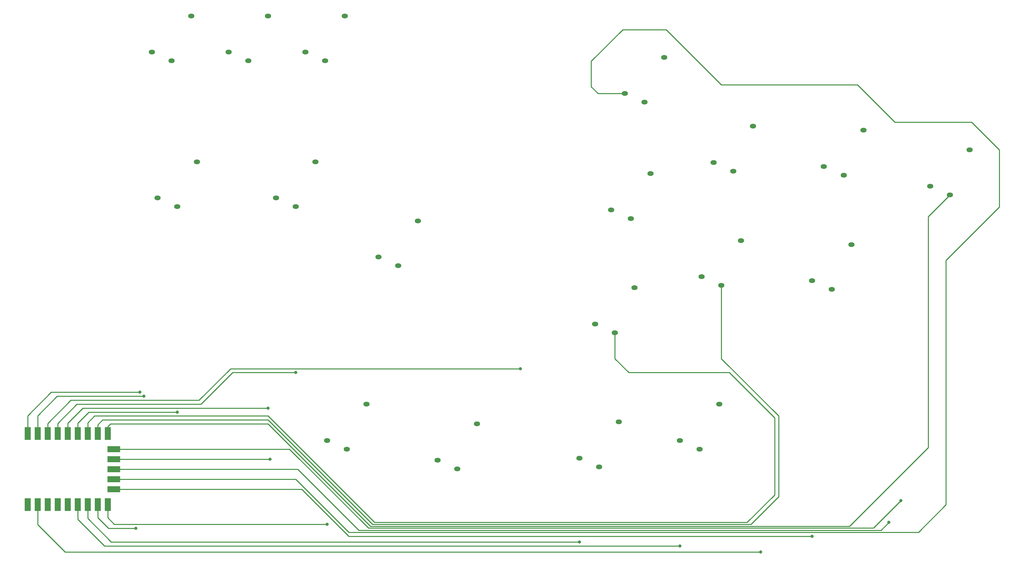
<source format=gbr>
%TF.GenerationSoftware,KiCad,Pcbnew,8.0.4*%
%TF.CreationDate,2024-09-01T11:28:24+09:00*%
%TF.ProjectId,nzx,6e7a782e-6b69-4636-9164-5f7063625858,rev?*%
%TF.SameCoordinates,Original*%
%TF.FileFunction,Copper,L1,Top*%
%TF.FilePolarity,Positive*%
%FSLAX46Y46*%
G04 Gerber Fmt 4.6, Leading zero omitted, Abs format (unit mm)*
G04 Created by KiCad (PCBNEW 8.0.4) date 2024-09-01 11:28:24*
%MOMM*%
%LPD*%
G01*
G04 APERTURE LIST*
%TA.AperFunction,ComponentPad*%
%ADD10O,1.600000X1.200000*%
%TD*%
%TA.AperFunction,SMDPad,CuDef*%
%ADD11R,1.600000X3.200000*%
%TD*%
%TA.AperFunction,SMDPad,CuDef*%
%ADD12R,3.200000X1.600000*%
%TD*%
%TA.AperFunction,ViaPad*%
%ADD13C,0.800000*%
%TD*%
%TA.AperFunction,Conductor*%
%ADD14C,0.250000*%
%TD*%
G04 APERTURE END LIST*
D10*
%TO.P,R2(RB)1,MP*%
%TO.N,N/C*%
X241500000Y-44000000D03*
%TO.P,R2(RB)1,2,2*%
%TO.N,Net-(RZ1-GP8)*%
X236500000Y-55400000D03*
%TO.P,R2(RB)1,1,1*%
%TO.N,Net-(RZ1-GND)*%
X231500000Y-53200000D03*
%TD*%
%TO.P,L2(LB)1,1,1*%
%TO.N,Net-(RZ1-GND)*%
X204510000Y-48200000D03*
%TO.P,L2(LB)1,2,2*%
%TO.N,Net-(RZ1-GP9)*%
X209510000Y-50400000D03*
%TO.P,L2(LB)1,MP*%
%TO.N,N/C*%
X214510000Y-39000000D03*
%TD*%
%TO.P,B4(Y)1,1,1*%
%TO.N,Net-(RZ1-GP11)*%
X176500000Y-47200000D03*
%TO.P,B4(Y)1,2,2*%
%TO.N,Net-(RZ1-GND)*%
X181500000Y-49400000D03*
%TO.P,B4(Y)1,MP*%
%TO.N,N/C*%
X186500000Y-38000000D03*
%TD*%
%TO.P,R1(R)1,1,1*%
%TO.N,Net-(RZ1-GP12)*%
X154000000Y-29700000D03*
%TO.P,R1(R)1,2,2*%
%TO.N,Net-(RZ1-GND)*%
X159000000Y-31900000D03*
%TO.P,R1(R)1,MP*%
%TO.N,N/C*%
X164000000Y-20500000D03*
%TD*%
%TO.P,B3(X)1,1,1*%
%TO.N,Net-(RZ1-GP10)*%
X150500000Y-59200000D03*
%TO.P,B3(X)1,2,2*%
%TO.N,Net-(RZ1-GND)*%
X155500000Y-61400000D03*
%TO.P,B3(X)1,MP*%
%TO.N,N/C*%
X160500000Y-50000000D03*
%TD*%
%TO.P,L1(L)1,1,1*%
%TO.N,Net-(RZ1-GP13)*%
X201500000Y-77200000D03*
%TO.P,L1(L)1,2,2*%
%TO.N,Net-(RZ1-GND)*%
X206500000Y-79400000D03*
%TO.P,L1(L)1,MP*%
%TO.N,N/C*%
X211500000Y-68000000D03*
%TD*%
%TO.P,B2(B)1,1,1*%
%TO.N,Net-(RZ1-GND)*%
X173500000Y-76200000D03*
%TO.P,B2(B)1,2,2*%
%TO.N,Net-(RZ1-GP7)*%
X178500000Y-78400000D03*
%TO.P,B2(B)1,MP*%
%TO.N,N/C*%
X183500000Y-67000000D03*
%TD*%
%TO.P,B1(A)1,MP*%
%TO.N,N/C*%
X156500000Y-79000000D03*
%TO.P,B1(A)1,2,2*%
%TO.N,Net-(RZ1-GP6)*%
X151500000Y-90400000D03*
%TO.P,B1(A)1,1,1*%
%TO.N,Net-(RZ1-GND)*%
X146500000Y-88200000D03*
%TD*%
%TO.P,R3(RS)1,MP*%
%TO.N,N/C*%
X178000000Y-108500000D03*
%TO.P,R3(RS)1,2,2*%
%TO.N,Net-(RZ1-GND)*%
X173000000Y-119900000D03*
%TO.P,R3(RS)1,1,1*%
%TO.N,Net-(RZ1-GP27)*%
X168000000Y-117700000D03*
%TD*%
%TO.P,LEFT1,1,1*%
%TO.N,Net-(RZ1-GND)*%
X35500000Y-56200000D03*
%TO.P,LEFT1,2,2*%
%TO.N,Net-(RZ1-GP5)*%
X40500000Y-58400000D03*
%TO.P,LEFT1,MP*%
%TO.N,N/C*%
X45500000Y-47000000D03*
%TD*%
%TO.P,DOWN1,MP*%
%TO.N,N/C*%
X75500000Y-47000000D03*
%TO.P,DOWN1,2,2*%
%TO.N,Net-(RZ1-GP3)*%
X70500000Y-58400000D03*
%TO.P,DOWN1,1,1*%
%TO.N,Net-(RZ1-GND)*%
X65500000Y-56200000D03*
%TD*%
%TO.P,A1(GUIDE)1,MP*%
%TO.N,N/C*%
X88500000Y-108500000D03*
%TO.P,A1(GUIDE)1,2,2*%
%TO.N,Net-(RZ1-GND)*%
X83500000Y-119900000D03*
%TO.P,A1(GUIDE)1,1,1*%
%TO.N,Net-(RZ1-GP14)*%
X78500000Y-117700000D03*
%TD*%
%TO.P,RIGHT1,1,1*%
%TO.N,Net-(RZ1-GND)*%
X91500000Y-71200000D03*
%TO.P,RIGHT1,2,2*%
%TO.N,Net-(RZ1-GP4)*%
X96500000Y-73400000D03*
%TO.P,RIGHT1,MP*%
%TO.N,N/C*%
X101500000Y-62000000D03*
%TD*%
%TO.P,UP1,1,1*%
%TO.N,Net-(RZ1-GND)*%
X106500000Y-122700000D03*
%TO.P,UP1,2,2*%
%TO.N,Net-(RZ1-GP2)*%
X111500000Y-124900000D03*
%TO.P,UP1,MP*%
%TO.N,N/C*%
X116500000Y-113500000D03*
%TD*%
D11*
%TO.P,RZ1,23,GND*%
%TO.N,Net-(RZ1-GND)*%
X5040000Y-134000000D03*
%TO.P,RZ1,22,5V*%
%TO.N,unconnected-(RZ1-5V-Pad22)*%
X2500000Y-134000000D03*
%TO.P,RZ1,21,3V3*%
%TO.N,unconnected-(RZ1-3V3-Pad21)*%
X7580000Y-134000000D03*
%TO.P,RZ1,20,GP29*%
%TO.N,unconnected-(RZ1-GP29-Pad20)*%
X10120000Y-134000000D03*
%TO.P,RZ1,19,GP28*%
%TO.N,unconnected-(RZ1-GP28-Pad19)*%
X12660000Y-134000000D03*
%TO.P,RZ1,18,GP27*%
%TO.N,Net-(RZ1-GP27)*%
X15200000Y-134000000D03*
%TO.P,RZ1,17,GP26*%
%TO.N,Net-(RZ1-GP26)*%
X17740000Y-134000000D03*
%TO.P,RZ1,16,GP15*%
%TO.N,Net-(RZ1-GP15)*%
X20280000Y-134000000D03*
%TO.P,RZ1,15,GP14*%
%TO.N,Net-(RZ1-GP14)*%
X22820000Y-134000000D03*
D12*
%TO.P,RZ1,14,GP13*%
%TO.N,Net-(RZ1-GP13)*%
X24410000Y-130080000D03*
%TO.P,RZ1,13,GP12*%
%TO.N,Net-(RZ1-GP12)*%
X24410000Y-127540000D03*
%TO.P,RZ1,12,GP11*%
%TO.N,Net-(RZ1-GP11)*%
X24410000Y-125000000D03*
%TO.P,RZ1,11,GP10*%
%TO.N,Net-(RZ1-GP10)*%
X24410000Y-122460000D03*
%TO.P,RZ1,10,GP9*%
%TO.N,Net-(RZ1-GP9)*%
X24410000Y-119920000D03*
D11*
%TO.P,RZ1,9,GP8*%
%TO.N,Net-(RZ1-GP8)*%
X22820000Y-116000000D03*
%TO.P,RZ1,8,GP7*%
%TO.N,Net-(RZ1-GP7)*%
X20280000Y-116000000D03*
%TO.P,RZ1,7,GP6*%
%TO.N,Net-(RZ1-GP6)*%
X17740000Y-116000000D03*
%TO.P,RZ1,6,GP5*%
%TO.N,Net-(RZ1-GP5)*%
X15200000Y-116000000D03*
%TO.P,RZ1,5,GP4*%
%TO.N,Net-(RZ1-GP4)*%
X12660000Y-116000000D03*
%TO.P,RZ1,4,GP3*%
%TO.N,Net-(RZ1-GP3)*%
X10120000Y-116000000D03*
%TO.P,RZ1,3,GP2*%
%TO.N,Net-(RZ1-GP2)*%
X7580000Y-116000000D03*
%TO.P,RZ1,2,GP1*%
%TO.N,Net-(RZ1-GP1)*%
X5040000Y-116000000D03*
%TO.P,RZ1,1,GP0*%
%TO.N,Net-(RZ1-GP0)*%
X2500000Y-116000000D03*
%TD*%
D10*
%TO.P,S2(START)1,1,1*%
%TO.N,Net-(RZ1-GND)*%
X73000000Y-19200000D03*
%TO.P,S2(START)1,2,2*%
%TO.N,Net-(RZ1-GP1)*%
X78000000Y-21400000D03*
%TO.P,S2(START)1,MP*%
%TO.N,N/C*%
X83000000Y-10000000D03*
%TD*%
%TO.P,S1(BACK)1,1,1*%
%TO.N,Net-(RZ1-GND)*%
X53500000Y-19200000D03*
%TO.P,S1(BACK)1,2,2*%
%TO.N,Net-(RZ1-GP0)*%
X58500000Y-21400000D03*
%TO.P,S1(BACK)1,MP*%
%TO.N,N/C*%
X63500000Y-10000000D03*
%TD*%
%TO.P,A2(CAPTURE)1,1,1*%
%TO.N,Net-(RZ1-GP15)*%
X34000000Y-19200000D03*
%TO.P,A2(CAPTURE)1,2,2*%
%TO.N,Net-(RZ1-GND)*%
X39000000Y-21400000D03*
%TO.P,A2(CAPTURE)1,MP*%
%TO.N,N/C*%
X44000000Y-10000000D03*
%TD*%
%TO.P,L3(LS)1,MP*%
%TO.N,N/C*%
X152500000Y-113000000D03*
%TO.P,L3(LS)1,2,2*%
%TO.N,Net-(RZ1-GND)*%
X147500000Y-124400000D03*
%TO.P,L3(LS)1,1,1*%
%TO.N,Net-(RZ1-GP26)*%
X142500000Y-122200000D03*
%TD*%
D13*
%TO.N,Net-(RZ1-GND)*%
X188500000Y-146000000D03*
%TO.N,Net-(RZ1-GP4)*%
X63500000Y-109500000D03*
%TO.N,Net-(RZ1-GP10)*%
X64000000Y-122500000D03*
%TO.N,Net-(RZ1-GP3)*%
X70500000Y-100500000D03*
%TO.N,Net-(RZ1-GP9)*%
X224000000Y-133000000D03*
%TO.N,Net-(RZ1-GP11)*%
X221000000Y-138500000D03*
%TO.N,Net-(RZ1-GP27)*%
X168000000Y-144500000D03*
%TO.N,Net-(RZ1-GP14)*%
X78500000Y-139000000D03*
%TO.N,Net-(RZ1-GP26)*%
X142500000Y-143500000D03*
%TO.N,Net-(RZ1-GP13)*%
X201500000Y-142000000D03*
%TO.N,Net-(RZ1-GP2)*%
X127500000Y-99500000D03*
%TO.N,Net-(RZ1-GP5)*%
X40500000Y-110500000D03*
%TO.N,Net-(RZ1-GP1)*%
X32000000Y-106500000D03*
%TO.N,Net-(RZ1-GP0)*%
X31000000Y-105500000D03*
%TO.N,Net-(RZ1-GP15)*%
X30000000Y-140000000D03*
%TD*%
D14*
%TO.N,Net-(RZ1-GP12)*%
X145500000Y-21500000D02*
X153500000Y-13500000D01*
X70540000Y-127540000D02*
X24410000Y-127540000D01*
X147200000Y-29700000D02*
X145500000Y-28000000D01*
X235500000Y-134000000D02*
X228500000Y-141000000D01*
X145500000Y-28000000D02*
X145500000Y-21500000D01*
X154000000Y-29700000D02*
X147200000Y-29700000D01*
X153500000Y-13500000D02*
X164500000Y-13500000D01*
X164500000Y-13500000D02*
X178500000Y-27500000D01*
X228500000Y-141000000D02*
X84000000Y-141000000D01*
X249000000Y-44000000D02*
X249000000Y-58500000D01*
X213000000Y-27500000D02*
X222500000Y-37000000D01*
X242000000Y-37000000D02*
X249000000Y-44000000D01*
X222500000Y-37000000D02*
X242000000Y-37000000D01*
X178500000Y-27500000D02*
X213000000Y-27500000D01*
X249000000Y-58500000D02*
X235500000Y-72000000D01*
X235500000Y-72000000D02*
X235500000Y-134000000D01*
X84000000Y-141000000D02*
X70540000Y-127540000D01*
%TO.N,Net-(RZ1-GP7)*%
X20280000Y-116000000D02*
X20280000Y-113720000D01*
X20280000Y-113720000D02*
X21500000Y-112500000D01*
X21500000Y-112500000D02*
X63500000Y-112500000D01*
X63500000Y-112500000D02*
X90000000Y-139000000D01*
X186000000Y-139000000D02*
X193000000Y-132000000D01*
X90000000Y-139000000D02*
X186000000Y-139000000D01*
X193000000Y-132000000D02*
X193000000Y-111500000D01*
X193000000Y-111500000D02*
X178500000Y-97000000D01*
X178500000Y-97000000D02*
X178500000Y-78400000D01*
%TO.N,Net-(RZ1-GP2)*%
X127500000Y-99500000D02*
X54000000Y-99500000D01*
X54000000Y-99500000D02*
X46000000Y-107500000D01*
X46000000Y-107500000D02*
X13500000Y-107500000D01*
X13500000Y-107500000D02*
X7580000Y-113420000D01*
X7580000Y-113420000D02*
X7580000Y-116000000D01*
%TO.N,Net-(RZ1-GP9)*%
X224000000Y-133000000D02*
X217050000Y-139950000D01*
X88950000Y-139950000D02*
X68920000Y-119920000D01*
X217050000Y-139950000D02*
X88950000Y-139950000D01*
X68920000Y-119920000D02*
X24410000Y-119920000D01*
%TO.N,Net-(RZ1-GND)*%
X5040000Y-134000000D02*
X5040000Y-139040000D01*
X12000000Y-146000000D02*
X188450000Y-146000000D01*
X5040000Y-139040000D02*
X12000000Y-146000000D01*
%TO.N,Net-(RZ1-GP26)*%
X142500000Y-143500000D02*
X23750000Y-143500000D01*
X17740000Y-137490000D02*
X17740000Y-134000000D01*
X23750000Y-143500000D02*
X17740000Y-137490000D01*
%TO.N,Net-(RZ1-GP27)*%
X168000000Y-144500000D02*
X22000000Y-144500000D01*
X22000000Y-144500000D02*
X15200000Y-137700000D01*
X15200000Y-137700000D02*
X15200000Y-134000000D01*
%TO.N,Net-(RZ1-GP13)*%
X143025305Y-142000000D02*
X84000000Y-142000000D01*
X84000000Y-142000000D02*
X72080000Y-130080000D01*
X72080000Y-130080000D02*
X24410000Y-130080000D01*
X201500000Y-142000000D02*
X143025305Y-142000000D01*
%TO.N,Net-(RZ1-GP4)*%
X12660000Y-116000000D02*
X12660000Y-113340000D01*
X12660000Y-113340000D02*
X16500000Y-109500000D01*
X16500000Y-109500000D02*
X63500000Y-109500000D01*
%TO.N,Net-(RZ1-GP10)*%
X63960000Y-122460000D02*
X64000000Y-122500000D01*
X24410000Y-122460000D02*
X63960000Y-122460000D01*
%TO.N,Net-(RZ1-GP3)*%
X10120000Y-116000000D02*
X10120000Y-113380000D01*
X10120000Y-113380000D02*
X15000000Y-108500000D01*
X46500000Y-108500000D02*
X54500000Y-100500000D01*
X54500000Y-100500000D02*
X70500000Y-100500000D01*
X15000000Y-108500000D02*
X46500000Y-108500000D01*
%TO.N,Net-(RZ1-GP11)*%
X24410000Y-125000000D02*
X71000000Y-125000000D01*
X71000000Y-125000000D02*
X86500000Y-140500000D01*
X86500000Y-140500000D02*
X219000000Y-140500000D01*
X219000000Y-140500000D02*
X221000000Y-138500000D01*
%TO.N,Net-(RZ1-GP8)*%
X231000000Y-119500000D02*
X211000000Y-139500000D01*
X231000000Y-60900000D02*
X231000000Y-119500000D01*
X211000000Y-139500000D02*
X89500000Y-139500000D01*
X236500000Y-55400000D02*
X231000000Y-60900000D01*
X22820000Y-114180000D02*
X22820000Y-116000000D01*
X89500000Y-139500000D02*
X63500000Y-113500000D01*
X23500000Y-113500000D02*
X22820000Y-114180000D01*
X63500000Y-113500000D02*
X23500000Y-113500000D01*
%TO.N,Net-(RZ1-GP15)*%
X30000000Y-140000000D02*
X23000000Y-140000000D01*
X20280000Y-137280000D02*
X20280000Y-134000000D01*
X23000000Y-140000000D02*
X20280000Y-137280000D01*
%TO.N,Net-(RZ1-GP14)*%
X78000000Y-139000000D02*
X78500000Y-139000000D01*
X78000000Y-139000000D02*
X24500000Y-139000000D01*
X24500000Y-139000000D02*
X22820000Y-137320000D01*
X22820000Y-137320000D02*
X22820000Y-134000000D01*
%TO.N,Net-(RZ1-GP6)*%
X17740000Y-116000000D02*
X17740000Y-113260000D01*
X19500000Y-111500000D02*
X63500000Y-111500000D01*
X185000000Y-138500000D02*
X192000000Y-131500000D01*
X151500000Y-97000000D02*
X151500000Y-90400000D01*
X17740000Y-113260000D02*
X19500000Y-111500000D01*
X63500000Y-111500000D02*
X90500000Y-138500000D01*
X90500000Y-138500000D02*
X185000000Y-138500000D01*
X192000000Y-131500000D02*
X192000000Y-112000000D01*
X192000000Y-112000000D02*
X180500000Y-100500000D01*
X180500000Y-100500000D02*
X155000000Y-100500000D01*
X155000000Y-100500000D02*
X151500000Y-97000000D01*
%TO.N,Net-(RZ1-GP5)*%
X40500000Y-110500000D02*
X18000000Y-110500000D01*
X18000000Y-110500000D02*
X15200000Y-113300000D01*
X15200000Y-113300000D02*
X15200000Y-116000000D01*
%TO.N,Net-(RZ1-GP1)*%
X32000000Y-106500000D02*
X10000000Y-106500000D01*
X10000000Y-106500000D02*
X5040000Y-111460000D01*
X5040000Y-111460000D02*
X5040000Y-116000000D01*
%TO.N,Net-(RZ1-GP0)*%
X31000000Y-105500000D02*
X8500000Y-105500000D01*
X2500000Y-111500000D02*
X2500000Y-116000000D01*
X8500000Y-105500000D02*
X2500000Y-111500000D01*
%TD*%
M02*

</source>
